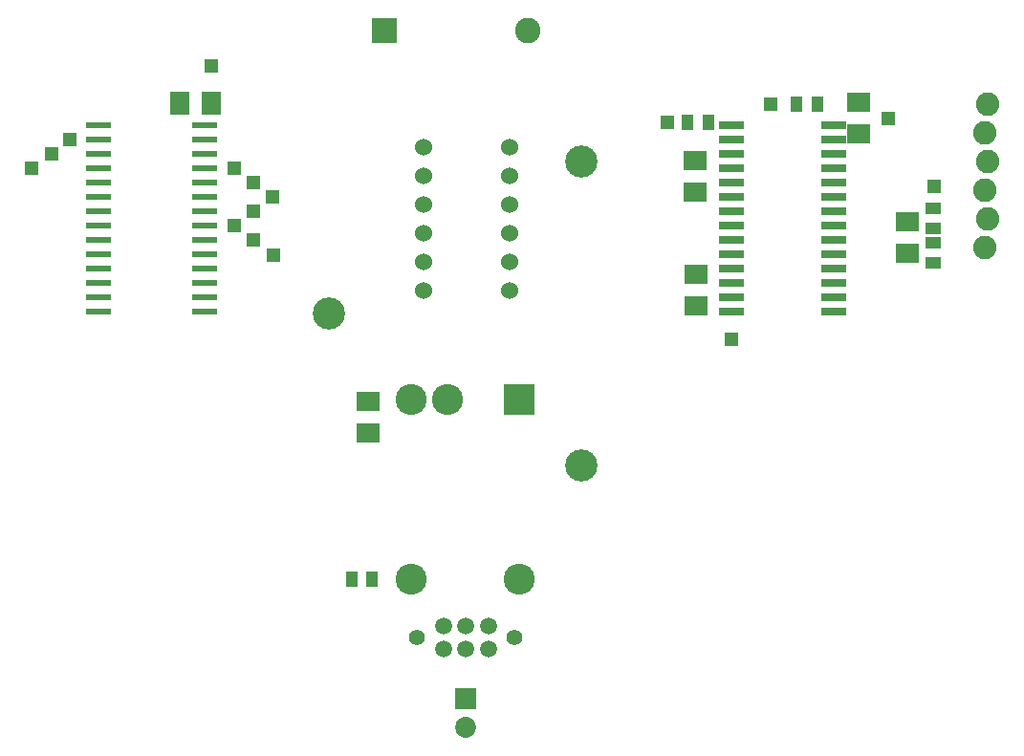
<source format=gts>
G75*
G70*
%OFA0B0*%
%FSLAX24Y24*%
%IPPOS*%
%LPD*%
%AMOC8*
5,1,8,0,0,1.08239X$1,22.5*
%
%ADD10C,0.0600*%
%ADD11R,0.0880X0.0237*%
%ADD12R,0.0860X0.0300*%
%ADD13C,0.1080*%
%ADD14R,0.1080X0.1080*%
%ADD15R,0.0789X0.0710*%
%ADD16R,0.0395X0.0552*%
%ADD17R,0.0552X0.0395*%
%ADD18C,0.0730*%
%ADD19R,0.0730X0.0730*%
%ADD20C,0.0820*%
%ADD21R,0.0890X0.0890*%
%ADD22C,0.0890*%
%ADD23C,0.1120*%
%ADD24R,0.0710X0.0789*%
%ADD25C,0.0595*%
%ADD26C,0.0552*%
%ADD27R,0.0476X0.0476*%
D10*
X019180Y019680D03*
X019180Y020680D03*
X019180Y021680D03*
X019180Y022680D03*
X019180Y023680D03*
X019180Y024680D03*
X022180Y024680D03*
X022180Y023680D03*
X022180Y022680D03*
X022180Y021680D03*
X022180Y020680D03*
X022180Y019680D03*
D11*
X011521Y019430D03*
X011521Y018930D03*
X011521Y019930D03*
X011521Y020430D03*
X011521Y020930D03*
X011521Y021430D03*
X011521Y021930D03*
X011521Y022430D03*
X011521Y022930D03*
X011521Y023430D03*
X011521Y023930D03*
X011521Y024430D03*
X011521Y024930D03*
X011521Y025430D03*
X007839Y025430D03*
X007839Y024930D03*
X007839Y024430D03*
X007839Y023930D03*
X007839Y023430D03*
X007839Y022930D03*
X007839Y022430D03*
X007839Y021930D03*
X007839Y021430D03*
X007839Y020930D03*
X007839Y020430D03*
X007839Y019930D03*
X007839Y019430D03*
X007839Y018930D03*
D12*
X029900Y018930D03*
X029900Y019430D03*
X029900Y019930D03*
X029900Y020430D03*
X029900Y020930D03*
X029900Y021430D03*
X029900Y021930D03*
X029900Y022430D03*
X029900Y022930D03*
X029900Y023430D03*
X029900Y023930D03*
X029900Y024430D03*
X029900Y024930D03*
X029900Y025430D03*
X033460Y025430D03*
X033460Y024930D03*
X033460Y024430D03*
X033460Y023930D03*
X033460Y023430D03*
X033460Y022930D03*
X033460Y022430D03*
X033460Y021930D03*
X033460Y021430D03*
X033460Y020930D03*
X033460Y020430D03*
X033460Y019930D03*
X033460Y019430D03*
X033460Y018930D03*
D13*
X022495Y009603D03*
X018745Y009603D03*
X018745Y015853D03*
X019995Y015853D03*
D14*
X022495Y015853D03*
D15*
X017219Y015802D03*
X017219Y014700D03*
X028672Y019125D03*
X028672Y020227D03*
X028633Y023086D03*
X028633Y024188D03*
X034337Y025129D03*
X034337Y026231D03*
X036032Y022054D03*
X036032Y020952D03*
D16*
X016652Y009605D03*
X017361Y009605D03*
X028381Y025523D03*
X029089Y025523D03*
X032176Y026172D03*
X032885Y026172D03*
D17*
X036930Y022534D03*
X036930Y021826D03*
X036920Y021334D03*
X036920Y020625D03*
D18*
X020641Y004428D03*
D19*
X020641Y005428D03*
D20*
X038736Y021180D03*
X038836Y022180D03*
X038736Y023180D03*
X038836Y024180D03*
X038736Y025180D03*
X038836Y026180D03*
D21*
X017814Y028747D03*
D22*
X022814Y028747D03*
D23*
X024680Y024180D03*
X015880Y018870D03*
X024680Y013560D03*
D24*
X011751Y026215D03*
X010649Y026215D03*
D25*
X019849Y007971D03*
X020637Y007971D03*
X021424Y007971D03*
X021424Y007184D03*
X020637Y007184D03*
X019849Y007184D03*
D26*
X018944Y007578D03*
X022330Y007578D03*
D27*
X029889Y017979D03*
X036952Y023294D03*
X035349Y025664D03*
X031282Y026180D03*
X027672Y025526D03*
X013893Y022924D03*
X013235Y022436D03*
X012574Y021936D03*
X013235Y021428D03*
X013924Y020908D03*
X013235Y023436D03*
X012574Y023936D03*
X011755Y027495D03*
X006826Y024936D03*
X006208Y024432D03*
X005487Y023936D03*
M02*

</source>
